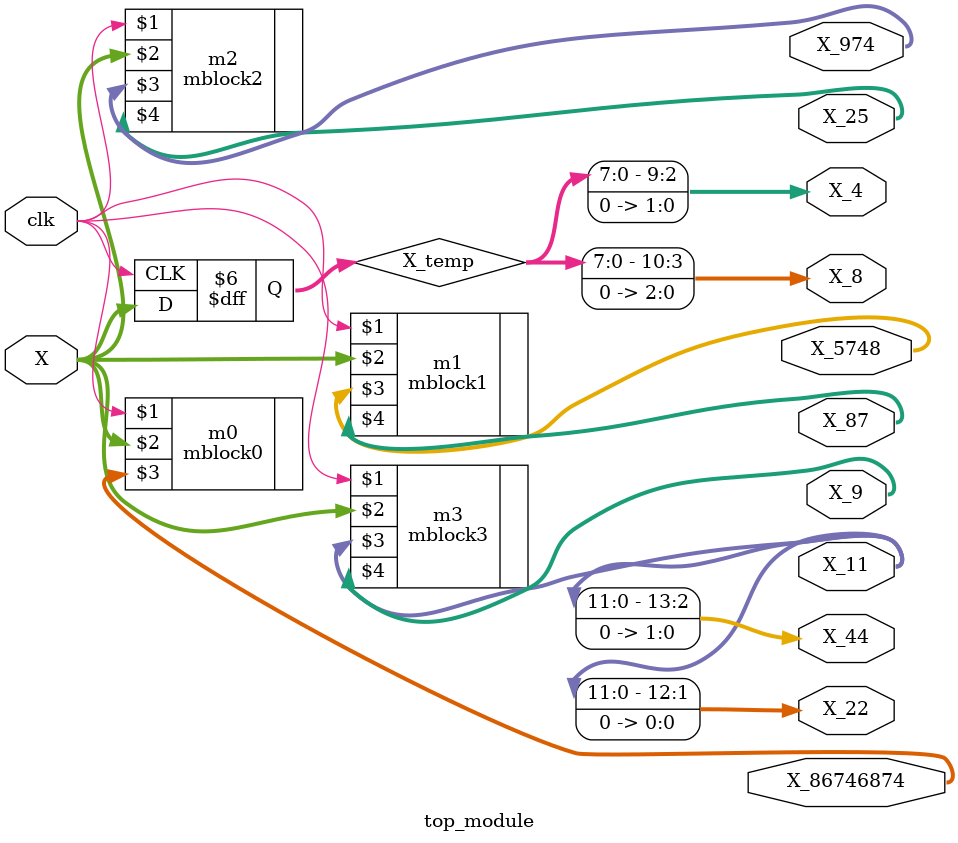
<source format=v>
`timescale 1ns / 1ps 


module top_module(input clk,
				  input signed [7:0] X,
				  output signed [9:0] X_4,
				  output signed [10:0] X_8,
				  output signed [11:0] X_9,
				  output signed [11:0] X_11,
				  output signed [12:0] X_22,
				  output signed [12:0] X_25,
				  output signed [13:0] X_44,
				  output signed [14:0] X_87,
				  output signed [17:0] X_974,
				  output signed [20:0] X_5748,
				  output signed [34:0] X_86746874);

	// X_212454575487857 cannot be mapped on DSP

	reg [7:0] X_temp;

	always @(posedge clk) begin
		X_temp <= X;
	end

	assign X_8 = (X_temp << 3);
	assign X_4 = (X_temp << 2);

	assign X_44 = (X_11 << 2);
	assign X_22 = (X_11 << 1);

	mblock0 m0 (clk,X,X_86746874);
	mblock1 m1 (clk,X,X_5748,X_87);
	mblock2 m2 (clk,X,X_974,X_25);
	mblock3 m3 (clk,X,X_11,X_9);

endmodule
</source>
